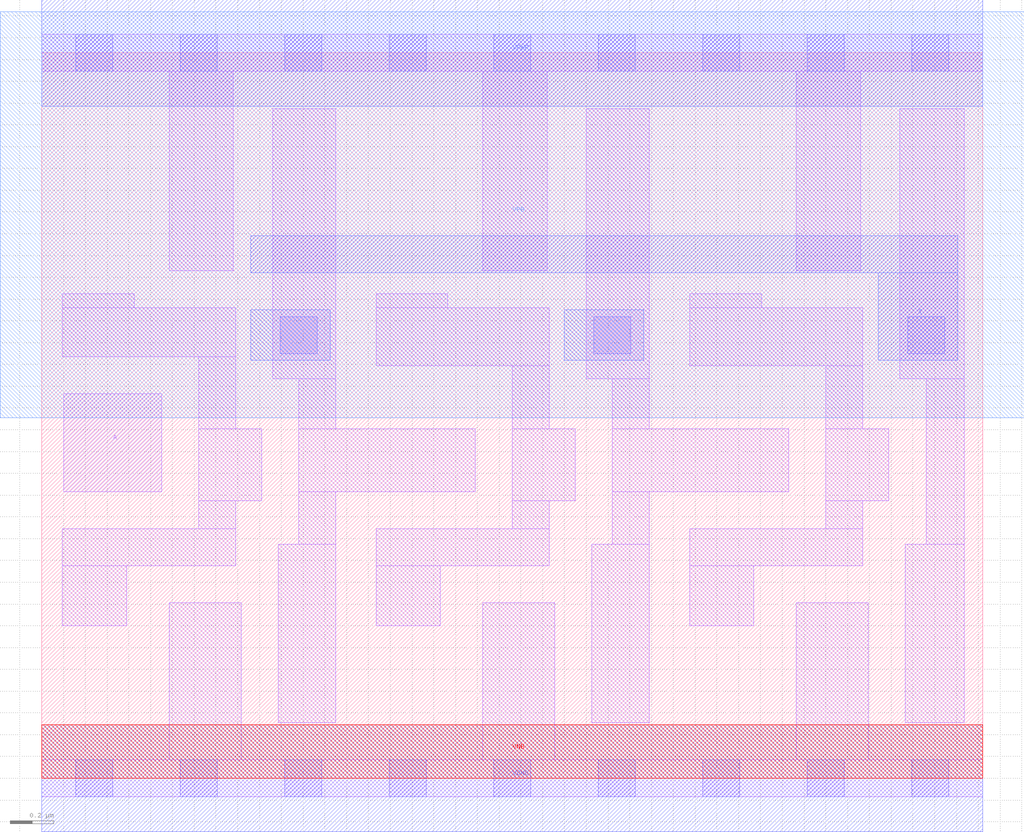
<source format=lef>
# Copyright 2020 The SkyWater PDK Authors
#
# Licensed under the Apache License, Version 2.0 (the "License");
# you may not use this file except in compliance with the License.
# You may obtain a copy of the License at
#
#     https://www.apache.org/licenses/LICENSE-2.0
#
# Unless required by applicable law or agreed to in writing, software
# distributed under the License is distributed on an "AS IS" BASIS,
# WITHOUT WARRANTIES OR CONDITIONS OF ANY KIND, either express or implied.
# See the License for the specific language governing permissions and
# limitations under the License.
#
# SPDX-License-Identifier: Apache-2.0

VERSION 5.7 ;
  NOWIREEXTENSIONATPIN ON ;
  DIVIDERCHAR "/" ;
  BUSBITCHARS "[]" ;
MACRO sky130_fd_sc_lp__dlymetal6s6s_1
  CLASS CORE ;
  FOREIGN sky130_fd_sc_lp__dlymetal6s6s_1 ;
  ORIGIN  0.000000  0.000000 ;
  SIZE  4.320000 BY  3.330000 ;
  SYMMETRY X Y R90 ;
  SITE unit ;
  PIN A
    ANTENNAGATEAREA  0.126000 ;
    DIRECTION INPUT ;
    USE SIGNAL ;
    PORT
      LAYER li1 ;
        RECT 0.100000 1.315000 0.550000 1.765000 ;
    END
  END A
  PIN X
    ANTENNADIFFAREA  0.556500 ;
    DIRECTION OUTPUT ;
    USE SIGNAL ;
    PORT
      LAYER met1 ;
        RECT 0.960000 2.320000 4.205000 2.490000 ;
        RECT 3.840000 1.920000 4.205000 2.320000 ;
    END
  END X
  PIN VGND
    DIRECTION INOUT ;
    USE GROUND ;
    PORT
      LAYER met1 ;
        RECT 0.000000 -0.245000 4.320000 0.245000 ;
    END
  END VGND
  PIN VNB
    DIRECTION INOUT ;
    USE GROUND ;
    PORT
      LAYER pwell ;
        RECT 0.000000 0.000000 4.320000 0.245000 ;
    END
  END VNB
  PIN VPB
    DIRECTION INOUT ;
    USE POWER ;
    PORT
      LAYER nwell ;
        RECT -0.190000 1.655000 4.510000 3.520000 ;
    END
  END VPB
  PIN VPWR
    DIRECTION INOUT ;
    USE POWER ;
    PORT
      LAYER met1 ;
        RECT 0.000000 3.085000 4.320000 3.575000 ;
    END
  END VPWR
  OBS
    LAYER li1 ;
      RECT 0.000000 -0.085000 4.320000 0.085000 ;
      RECT 0.000000  3.245000 4.320000 3.415000 ;
      RECT 0.095000  0.700000 0.390000 0.975000 ;
      RECT 0.095000  0.975000 0.890000 1.145000 ;
      RECT 0.095000  1.935000 0.890000 2.160000 ;
      RECT 0.095000  2.160000 0.425000 2.225000 ;
      RECT 0.585000  0.085000 0.915000 0.805000 ;
      RECT 0.585000  2.330000 0.880000 3.245000 ;
      RECT 0.720000  1.145000 0.890000 1.275000 ;
      RECT 0.720000  1.275000 1.010000 1.605000 ;
      RECT 0.720000  1.605000 0.890000 1.935000 ;
      RECT 1.060000  1.835000 1.350000 3.075000 ;
      RECT 1.085000  0.255000 1.350000 1.075000 ;
      RECT 1.180000  1.075000 1.350000 1.315000 ;
      RECT 1.180000  1.315000 1.990000 1.605000 ;
      RECT 1.180000  1.605000 1.350000 1.835000 ;
      RECT 1.535000  0.700000 1.830000 0.975000 ;
      RECT 1.535000  0.975000 2.330000 1.145000 ;
      RECT 1.535000  1.895000 2.330000 2.160000 ;
      RECT 1.535000  2.160000 1.865000 2.225000 ;
      RECT 2.025000  0.085000 2.355000 0.805000 ;
      RECT 2.025000  2.330000 2.320000 3.245000 ;
      RECT 2.160000  1.145000 2.330000 1.275000 ;
      RECT 2.160000  1.275000 2.450000 1.605000 ;
      RECT 2.160000  1.605000 2.330000 1.895000 ;
      RECT 2.500000  1.835000 2.790000 3.075000 ;
      RECT 2.525000  0.255000 2.790000 1.075000 ;
      RECT 2.620000  1.075000 2.790000 1.315000 ;
      RECT 2.620000  1.315000 3.430000 1.605000 ;
      RECT 2.620000  1.605000 2.790000 1.835000 ;
      RECT 2.975000  0.700000 3.270000 0.975000 ;
      RECT 2.975000  0.975000 3.770000 1.145000 ;
      RECT 2.975000  1.895000 3.770000 2.160000 ;
      RECT 2.975000  2.160000 3.305000 2.225000 ;
      RECT 3.465000  0.085000 3.795000 0.805000 ;
      RECT 3.465000  2.330000 3.760000 3.245000 ;
      RECT 3.600000  1.145000 3.770000 1.275000 ;
      RECT 3.600000  1.275000 3.890000 1.605000 ;
      RECT 3.600000  1.605000 3.770000 1.895000 ;
      RECT 3.940000  1.835000 4.235000 3.075000 ;
      RECT 3.965000  0.255000 4.235000 1.075000 ;
      RECT 4.060000  1.075000 4.235000 1.835000 ;
    LAYER mcon ;
      RECT 0.155000 -0.085000 0.325000 0.085000 ;
      RECT 0.155000  3.245000 0.325000 3.415000 ;
      RECT 0.635000 -0.085000 0.805000 0.085000 ;
      RECT 0.635000  3.245000 0.805000 3.415000 ;
      RECT 1.095000  1.950000 1.265000 2.120000 ;
      RECT 1.115000 -0.085000 1.285000 0.085000 ;
      RECT 1.115000  3.245000 1.285000 3.415000 ;
      RECT 1.595000 -0.085000 1.765000 0.085000 ;
      RECT 1.595000  3.245000 1.765000 3.415000 ;
      RECT 2.075000 -0.085000 2.245000 0.085000 ;
      RECT 2.075000  3.245000 2.245000 3.415000 ;
      RECT 2.535000  1.950000 2.705000 2.120000 ;
      RECT 2.555000 -0.085000 2.725000 0.085000 ;
      RECT 2.555000  3.245000 2.725000 3.415000 ;
      RECT 3.035000 -0.085000 3.205000 0.085000 ;
      RECT 3.035000  3.245000 3.205000 3.415000 ;
      RECT 3.515000 -0.085000 3.685000 0.085000 ;
      RECT 3.515000  3.245000 3.685000 3.415000 ;
      RECT 3.975000  1.950000 4.145000 2.120000 ;
      RECT 3.995000 -0.085000 4.165000 0.085000 ;
      RECT 3.995000  3.245000 4.165000 3.415000 ;
    LAYER met1 ;
      RECT 0.960000 1.920000 1.325000 2.150000 ;
      RECT 2.400000 1.920000 2.765000 2.150000 ;
  END
END sky130_fd_sc_lp__dlymetal6s6s_1
END LIBRARY

</source>
